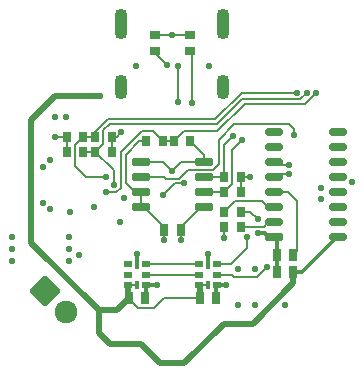
<source format=gbl>
G04*
G04 #@! TF.GenerationSoftware,Altium Limited,Altium Designer,23.3.1 (30)*
G04*
G04 Layer_Physical_Order=4*
G04 Layer_Color=16711680*
%FSLAX43Y43*%
%MOMM*%
G71*
G04*
G04 #@! TF.SameCoordinates,68B4457D-8A2E-4C3C-B976-16FA262DB654*
G04*
G04*
G04 #@! TF.FilePolarity,Positive*
G04*
G01*
G75*
%ADD12C,0.150*%
G04:AMPARAMS|DCode=14|XSize=0.7mm|YSize=0.9mm|CornerRadius=0.07mm|HoleSize=0mm|Usage=FLASHONLY|Rotation=0.000|XOffset=0mm|YOffset=0mm|HoleType=Round|Shape=RoundedRectangle|*
%AMROUNDEDRECTD14*
21,1,0.700,0.760,0,0,0.0*
21,1,0.560,0.900,0,0,0.0*
1,1,0.140,0.280,-0.380*
1,1,0.140,-0.280,-0.380*
1,1,0.140,-0.280,0.380*
1,1,0.140,0.280,0.380*
%
%ADD14ROUNDEDRECTD14*%
G04:AMPARAMS|DCode=15|XSize=0.3mm|YSize=0.7mm|CornerRadius=0.03mm|HoleSize=0mm|Usage=FLASHONLY|Rotation=180.000|XOffset=0mm|YOffset=0mm|HoleType=Round|Shape=RoundedRectangle|*
%AMROUNDEDRECTD15*
21,1,0.300,0.640,0,0,180.0*
21,1,0.240,0.700,0,0,180.0*
1,1,0.060,-0.120,0.320*
1,1,0.060,0.120,0.320*
1,1,0.060,0.120,-0.320*
1,1,0.060,-0.120,-0.320*
%
%ADD15ROUNDEDRECTD15*%
G04:AMPARAMS|DCode=24|XSize=0.75mm|YSize=0.96mm|CornerRadius=0.075mm|HoleSize=0mm|Usage=FLASHONLY|Rotation=0.000|XOffset=0mm|YOffset=0mm|HoleType=Round|Shape=RoundedRectangle|*
%AMROUNDEDRECTD24*
21,1,0.750,0.810,0,0,0.0*
21,1,0.600,0.960,0,0,0.0*
1,1,0.150,0.300,-0.405*
1,1,0.150,-0.300,-0.405*
1,1,0.150,-0.300,0.405*
1,1,0.150,0.300,0.405*
%
%ADD24ROUNDEDRECTD24*%
G04:AMPARAMS|DCode=28|XSize=0.7mm|YSize=0.9mm|CornerRadius=0.07mm|HoleSize=0mm|Usage=FLASHONLY|Rotation=90.000|XOffset=0mm|YOffset=0mm|HoleType=Round|Shape=RoundedRectangle|*
%AMROUNDEDRECTD28*
21,1,0.700,0.760,0,0,90.0*
21,1,0.560,0.900,0,0,90.0*
1,1,0.140,0.380,0.280*
1,1,0.140,0.380,-0.280*
1,1,0.140,-0.380,-0.280*
1,1,0.140,-0.380,0.280*
%
%ADD28ROUNDEDRECTD28*%
%ADD51C,0.300*%
%ADD52C,0.500*%
%ADD53C,0.200*%
G04:AMPARAMS|DCode=55|XSize=1.925mm|YSize=1.925mm|CornerRadius=0.193mm|HoleSize=0mm|Usage=FLASHONLY|Rotation=315.000|XOffset=0mm|YOffset=0mm|HoleType=Round|Shape=RoundedRectangle|*
%AMROUNDEDRECTD55*
21,1,1.925,1.540,0,0,315.0*
21,1,1.540,1.925,0,0,315.0*
1,1,0.385,0.000,-1.089*
1,1,0.385,-1.089,0.000*
1,1,0.385,0.000,1.089*
1,1,0.385,1.089,0.000*
%
%ADD55ROUNDEDRECTD55*%
%ADD56C,1.925*%
%ADD57O,1.100X2.100*%
%ADD58O,1.100X2.600*%
%ADD59C,0.550*%
G04:AMPARAMS|DCode=60|XSize=0.6mm|YSize=1.45mm|CornerRadius=0.15mm|HoleSize=0mm|Usage=FLASHONLY|Rotation=270.000|XOffset=0mm|YOffset=0mm|HoleType=Round|Shape=RoundedRectangle|*
%AMROUNDEDRECTD60*
21,1,0.600,1.150,0,0,270.0*
21,1,0.300,1.450,0,0,270.0*
1,1,0.300,-0.575,-0.150*
1,1,0.300,-0.575,0.150*
1,1,0.300,0.575,0.150*
1,1,0.300,0.575,-0.150*
%
%ADD60ROUNDEDRECTD60*%
G04:AMPARAMS|DCode=61|XSize=0.6mm|YSize=1.45mm|CornerRadius=0.06mm|HoleSize=0mm|Usage=FLASHONLY|Rotation=270.000|XOffset=0mm|YOffset=0mm|HoleType=Round|Shape=RoundedRectangle|*
%AMROUNDEDRECTD61*
21,1,0.600,1.330,0,0,270.0*
21,1,0.480,1.450,0,0,270.0*
1,1,0.120,-0.665,-0.240*
1,1,0.120,-0.665,0.240*
1,1,0.120,0.665,0.240*
1,1,0.120,0.665,-0.240*
%
%ADD61ROUNDEDRECTD61*%
G04:AMPARAMS|DCode=62|XSize=0.7mm|YSize=0.55mm|CornerRadius=0.055mm|HoleSize=0mm|Usage=FLASHONLY|Rotation=180.000|XOffset=0mm|YOffset=0mm|HoleType=Round|Shape=RoundedRectangle|*
%AMROUNDEDRECTD62*
21,1,0.700,0.440,0,0,180.0*
21,1,0.590,0.550,0,0,180.0*
1,1,0.110,-0.295,0.220*
1,1,0.110,0.295,0.220*
1,1,0.110,0.295,-0.220*
1,1,0.110,-0.295,-0.220*
%
%ADD62ROUNDEDRECTD62*%
G04:AMPARAMS|DCode=63|XSize=0.6mm|YSize=1.5mm|CornerRadius=0.06mm|HoleSize=0mm|Usage=FLASHONLY|Rotation=270.000|XOffset=0mm|YOffset=0mm|HoleType=Round|Shape=RoundedRectangle|*
%AMROUNDEDRECTD63*
21,1,0.600,1.380,0,0,270.0*
21,1,0.480,1.500,0,0,270.0*
1,1,0.120,-0.690,-0.240*
1,1,0.120,-0.690,0.240*
1,1,0.120,0.690,0.240*
1,1,0.120,0.690,-0.240*
%
%ADD63ROUNDEDRECTD63*%
D12*
X0Y12685D02*
X1500D01*
X-1500D02*
X0D01*
X1661Y6889D02*
Y11154D01*
X1500Y11315D02*
X1661Y11154D01*
X-1500Y11181D02*
X-474Y10155D01*
X-1500Y11181D02*
Y11315D01*
X5236Y-7829D02*
X7131D01*
X5044Y-7637D02*
X5236Y-7829D01*
X7131D02*
X7975Y-6985D01*
X3750Y-7637D02*
X5044D01*
X4947Y-6737D02*
X6350Y-5334D01*
X3750Y-6737D02*
X4947D01*
X6350Y-5334D02*
Y-4445D01*
X-3000Y-8537D02*
X-2925Y-8462D01*
X-3675Y-8537D02*
X-3000D01*
X4378Y-4481D02*
X4395Y-4464D01*
Y-3556D01*
X254Y127D02*
X1016D01*
X-762Y-889D02*
X254Y127D01*
X6604Y-2286D02*
X7239Y-2921D01*
X5765Y-2286D02*
X6604D01*
X5765Y-3556D02*
X7747D01*
X8128Y-3175D02*
X8578D01*
X7747Y-3556D02*
X8128Y-3175D01*
Y-1905D02*
X8578D01*
X7620Y-1397D02*
X8128Y-1905D01*
X5284Y-1397D02*
X7620D01*
X4395Y-2286D02*
X5284Y-1397D01*
X10225Y-5969D02*
X10541Y-5653D01*
Y-1397D01*
X2250Y-8537D02*
X2925D01*
X3000Y-8462D01*
X-2250Y-7637D02*
X2250D01*
X-2250Y-6737D02*
X-2250Y-6737D01*
X2250D01*
X8578Y-635D02*
X9779D01*
X10541Y-1397D01*
X5077Y2944D02*
X5878Y3745D01*
X5077Y47D02*
Y2944D01*
X4395Y-635D02*
X5077Y47D01*
X4395Y3347D02*
X5126Y4077D01*
X4395Y635D02*
Y3347D01*
X3409Y1210D02*
X3914Y1716D01*
Y3784D02*
X5231Y5101D01*
X3914Y1716D02*
Y3784D01*
X1871Y1210D02*
X3409D01*
X1867Y1206D02*
X1871Y1210D01*
X570Y493D02*
X1282Y1206D01*
X1867D01*
X5231Y5101D02*
X9885D01*
X2700Y-635D02*
X4395D01*
X2700Y635D02*
X4395D01*
X10287Y4699D02*
X10287Y4191D01*
X9885Y5101D02*
X10287Y4699D01*
X-532Y493D02*
X570D01*
X-674Y635D02*
X-532Y493D01*
X-2700Y635D02*
X-674D01*
X-5300Y5142D02*
X3799D01*
X-5848Y4594D02*
X-5300Y5142D01*
X3799D02*
X5889Y7232D01*
X-5482Y5525D02*
X3622D01*
X-6527Y4064D02*
Y4480D01*
X-5482Y5525D01*
X3622D02*
X5887Y7790D01*
X-7570Y4064D02*
X-7570Y4064D01*
X-6527D01*
X-7570Y2794D02*
X-6527D01*
X-5848Y3473D02*
Y4594D01*
X-6527Y2794D02*
X-5848Y3473D01*
X-6527Y2794D02*
X-4953Y1220D01*
Y0D02*
Y1220D01*
X-8248Y1535D02*
X-7348Y635D01*
X-5588D01*
X-8248Y1535D02*
Y3386D01*
X-7570Y4064D01*
X-4394Y2730D02*
X-2606Y4519D01*
X-4394Y-258D02*
Y2730D01*
X-2606Y4519D02*
X-1675D01*
X990D02*
X3810D01*
X154Y3683D02*
X990Y4519D01*
X3810D02*
X6137Y6846D01*
X-839Y3683D02*
X154D01*
X-1675Y4519D02*
X-839Y3683D01*
X11248Y6846D02*
X12192Y7790D01*
X6137Y6846D02*
X11248D01*
X5889Y7232D02*
X10820D01*
X11378Y7790D01*
X5887D02*
X10541D01*
X-4771Y-635D02*
X-4394Y-258D01*
X-5588Y-635D02*
X-4771D01*
X8705Y635D02*
X8971Y901D01*
X9906D01*
X8705Y1905D02*
X8959Y1651D01*
X9906D01*
X500Y6985D02*
Y10000D01*
D14*
X4395Y-635D02*
D03*
X5765D02*
D03*
X4395Y635D02*
D03*
X5765D02*
D03*
X4395Y-2286D02*
D03*
X5765Y-2286D02*
D03*
X5765Y-3556D02*
D03*
X4395D02*
D03*
X-6527Y2794D02*
D03*
X-5157D02*
D03*
X-6527Y4064D02*
D03*
X-5157Y4064D02*
D03*
X1524Y3683D02*
D03*
X154D02*
D03*
X-8940Y2794D02*
D03*
X-7570D02*
D03*
X-8940Y4064D02*
D03*
X-7570D02*
D03*
X-839Y3683D02*
D03*
X-2209D02*
D03*
D15*
X3000Y-6812D02*
D03*
Y-8462D02*
D03*
X-3000Y-6812D02*
D03*
Y-8462D02*
D03*
D24*
X8825Y-5969D02*
D03*
X10225D02*
D03*
X8825Y-7366D02*
D03*
X10225Y-7366D02*
D03*
X700Y-3810D02*
D03*
X-700D02*
D03*
X-2300Y-9637D02*
D03*
X-3700D02*
D03*
X3700D02*
D03*
X2300D02*
D03*
D28*
X-1500Y12685D02*
D03*
Y11315D02*
D03*
X1500Y12685D02*
D03*
Y11315D02*
D03*
D51*
X7797Y-4114D02*
X8128Y-4445D01*
X7239Y-4114D02*
X7797D01*
X8128Y-4445D02*
X8578D01*
X8825D01*
X8825D02*
X8825Y-4445D01*
Y-5969D02*
Y-4445D01*
Y-7366D02*
Y-5969D01*
X10225Y-7366D02*
X10984D01*
X3700Y-8587D02*
X3750Y-8537D01*
X3700Y-9637D02*
Y-8587D01*
X3750Y-8537D02*
X4560D01*
X4572Y-8525D01*
X-2250Y-8537D02*
X-1270D01*
X3000Y-6812D02*
Y-5858D01*
X-3000Y-6812D02*
Y-5858D01*
X-2300Y-9637D02*
X-2250Y-9587D01*
Y-8537D01*
X13905Y-4445D02*
X14028D01*
X10984Y-7366D02*
X13905Y-4445D01*
D52*
X-4700Y-10637D02*
X-3700Y-9637D01*
X-11938Y-4931D02*
Y5459D01*
X-9921Y7476D02*
X-6099D01*
X-11938Y5459D02*
X-9921Y7476D01*
X10225Y-8358D02*
Y-7366D01*
X6811Y-11772D02*
X10225Y-8358D01*
X4329Y-11772D02*
X6811D01*
X989Y-15113D02*
X4329Y-11772D01*
X-1016Y-15113D02*
X989D01*
X-2652Y-13477D02*
X-1016Y-15113D01*
X-5327Y-13477D02*
X-2652D01*
X-6232Y-12571D02*
X-5327Y-13477D01*
X-6232Y-12571D02*
Y-10637D01*
X2250Y-8537D02*
X2300Y-8587D01*
Y-9637D02*
Y-8587D01*
X-3750Y-9587D02*
X-3700Y-9637D01*
X-3750Y-9587D02*
Y-8537D01*
X-11938Y-4931D02*
X-6232Y-10637D01*
X-4700D01*
D53*
X-2907Y-10430D02*
X-1524D01*
X-3700Y-9637D02*
X-2907Y-10430D01*
X-731Y-9637D02*
X2300D01*
X-1524Y-10430D02*
X-731Y-9637D01*
X5765Y635D02*
X6604D01*
X5765Y-635D02*
Y635D01*
X-9906Y4064D02*
X-9906Y4064D01*
X-8940D01*
Y2794D02*
Y4064D01*
X-4701Y4064D02*
X-4320Y4445D01*
X-5157Y4064D02*
X-4701D01*
X-5157Y4064D02*
X-5157Y4064D01*
X-5157Y2794D02*
Y4064D01*
X2700Y1905D02*
Y2507D01*
X1524Y3683D02*
X2700Y2507D01*
X-3937Y121D02*
Y2540D01*
Y121D02*
X-3181Y-635D01*
X-2700D01*
X-3937Y2540D02*
X-2794Y3683D01*
X-2209D01*
X762Y1905D02*
X2700D01*
X0Y1143D02*
X762Y1905D01*
X-2700D02*
X-762D01*
X0Y1143D01*
X-700Y-3810D02*
Y-3589D01*
X-2384Y-1905D02*
X-700Y-3589D01*
X-2700Y-1905D02*
X-2384D01*
X700Y-3810D02*
Y-3587D01*
X2382Y-1905D02*
X2700D01*
X700Y-3587D02*
X2382Y-1905D01*
X700Y-4699D02*
Y-3810D01*
X-700Y-4699D02*
Y-3810D01*
X-2700Y-1905D02*
Y-635D01*
D55*
X-10804Y-9008D02*
D03*
D56*
X-9008Y-10804D02*
D03*
D57*
X-4320Y8250D02*
D03*
X4320D02*
D03*
D58*
X-4320Y13610D02*
D03*
X4320D02*
D03*
D59*
X0Y12685D02*
D03*
X1661Y6889D02*
D03*
X-474Y10155D02*
D03*
X4378Y-4481D02*
D03*
X1016Y127D02*
D03*
X-762Y-889D02*
D03*
X-4064Y-1143D02*
D03*
X6350Y-4445D02*
D03*
X7239Y-4114D02*
D03*
X7975Y-6985D02*
D03*
X7239Y-2921D02*
D03*
X9525Y-10160D02*
D03*
X4572Y-8525D02*
D03*
X-1270Y-8537D02*
D03*
X3000Y-5858D02*
D03*
X-3000Y-5858D02*
D03*
X-6099Y7476D02*
D03*
X12573Y-1250D02*
D03*
Y-250D02*
D03*
X6985Y-10160D02*
D03*
X5588D02*
D03*
Y-7112D02*
D03*
X6985D02*
D03*
X15240Y254D02*
D03*
X-7874Y-5969D02*
D03*
X5878Y3745D02*
D03*
X5126Y4077D02*
D03*
X6604Y635D02*
D03*
X10287Y4191D02*
D03*
X-8763Y-6477D02*
D03*
Y-5461D02*
D03*
Y-4445D02*
D03*
X-13589Y-6477D02*
D03*
Y-5461D02*
D03*
Y-4445D02*
D03*
X-9906Y4064D02*
D03*
X-4320Y4445D02*
D03*
X11378Y7790D02*
D03*
X10541D02*
D03*
X12192D02*
D03*
X-4953Y0D02*
D03*
X-5588Y635D02*
D03*
X-5588Y-635D02*
D03*
X0Y1143D02*
D03*
X700Y-4699D02*
D03*
X-700D02*
D03*
X3100Y10000D02*
D03*
X-3100D02*
D03*
X9906Y901D02*
D03*
Y1651D02*
D03*
X500Y10000D02*
D03*
Y6985D02*
D03*
X-4445Y-3175D02*
D03*
X-6604Y-1905D02*
D03*
X-9906Y5715D02*
D03*
X-9017D02*
D03*
X-10392Y2100D02*
D03*
Y-2100D02*
D03*
X-8714Y-2287D02*
D03*
X-10922Y-1524D02*
D03*
Y1524D02*
D03*
D60*
X14028Y4445D02*
D03*
X14028Y3175D02*
D03*
X14028Y1905D02*
D03*
Y635D02*
D03*
X14028Y-635D02*
D03*
X14028Y-1905D02*
D03*
X14028Y-3175D02*
D03*
X14028Y-4445D02*
D03*
X8578Y4445D02*
D03*
X8578Y3175D02*
D03*
X8578Y1905D02*
D03*
Y635D02*
D03*
Y-635D02*
D03*
X8578Y-1905D02*
D03*
X8578Y-3175D02*
D03*
D61*
Y-4445D02*
D03*
D62*
X3750Y-7637D02*
D03*
X3750Y-6737D02*
D03*
X2250D02*
D03*
Y-7637D02*
D03*
Y-8537D02*
D03*
X3750D02*
D03*
X-2250Y-7637D02*
D03*
X-2250Y-6737D02*
D03*
X-3750D02*
D03*
Y-7637D02*
D03*
Y-8537D02*
D03*
X-2250D02*
D03*
D63*
X-2700Y-1905D02*
D03*
Y-635D02*
D03*
Y635D02*
D03*
Y1905D02*
D03*
X2700Y-1905D02*
D03*
Y-635D02*
D03*
Y635D02*
D03*
Y1905D02*
D03*
M02*

</source>
